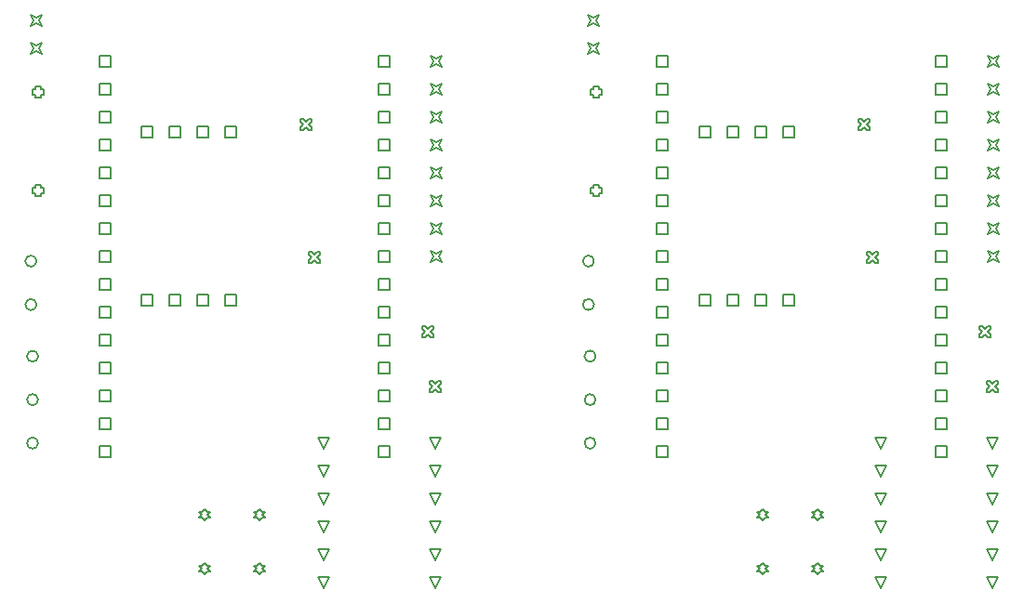
<source format=gbr>
G04*
G04 #@! TF.GenerationSoftware,Altium Limited,Altium Designer,25.0.2 (28)*
G04*
G04 Layer_Color=2752767*
%FSLAX44Y44*%
%MOMM*%
G71*
G04*
G04 #@! TF.SameCoordinates,8B6BD92A-2743-4FC7-A306-186CE1EE4446*
G04*
G04*
G04 #@! TF.FilePolarity,Positive*
G04*
G01*
G75*
%ADD67C,0.1270*%
%ADD68C,0.1693*%
D67*
X370660Y501190D02*
Y511350D01*
X380820D01*
Y501190D01*
X370660D01*
Y475790D02*
Y485950D01*
X380820D01*
Y475790D01*
X370660D01*
Y450390D02*
Y460550D01*
X380820D01*
Y450390D01*
X370660D01*
Y424990D02*
Y435150D01*
X380820D01*
Y424990D01*
X370660D01*
Y399590D02*
Y409750D01*
X380820D01*
Y399590D01*
X370660D01*
Y374190D02*
Y384350D01*
X380820D01*
Y374190D01*
X370660D01*
Y348790D02*
Y358950D01*
X380820D01*
Y348790D01*
X370660D01*
Y323390D02*
Y333550D01*
X380820D01*
Y323390D01*
X370660D01*
Y297990D02*
Y308150D01*
X380820D01*
Y297990D01*
X370660D01*
Y272590D02*
Y282750D01*
X380820D01*
Y272590D01*
X370660D01*
Y247190D02*
Y257350D01*
X380820D01*
Y247190D01*
X370660D01*
Y221790D02*
Y231950D01*
X380820D01*
Y221790D01*
X370660D01*
Y196390D02*
Y206550D01*
X380820D01*
Y196390D01*
X370660D01*
Y145590D02*
Y155750D01*
X380820D01*
Y145590D01*
X370660D01*
Y170990D02*
Y181150D01*
X380820D01*
Y170990D01*
X370660D01*
X116660Y221790D02*
Y231950D01*
X126820D01*
Y221790D01*
X116660D01*
Y501190D02*
Y511350D01*
X126820D01*
Y501190D01*
X116660D01*
Y475790D02*
Y485950D01*
X126820D01*
Y475790D01*
X116660D01*
Y450390D02*
Y460550D01*
X126820D01*
Y450390D01*
X116660D01*
Y424990D02*
Y435150D01*
X126820D01*
Y424990D01*
X116660D01*
Y399590D02*
Y409750D01*
X126820D01*
Y399590D01*
X116660D01*
Y374190D02*
Y384350D01*
X126820D01*
Y374190D01*
X116660D01*
Y348790D02*
Y358950D01*
X126820D01*
Y348790D01*
X116660D01*
Y323390D02*
Y333550D01*
X126820D01*
Y323390D01*
X116660D01*
Y297990D02*
Y308150D01*
X126820D01*
Y297990D01*
X116660D01*
Y272590D02*
Y282750D01*
X126820D01*
Y272590D01*
X116660D01*
Y247190D02*
Y257350D01*
X126820D01*
Y247190D01*
X116660D01*
Y196390D02*
Y206550D01*
X126820D01*
Y196390D01*
X116660D01*
Y170990D02*
Y181150D01*
X126820D01*
Y170990D01*
X116660D01*
Y145590D02*
Y155750D01*
X126820D01*
Y145590D01*
X116660D01*
X422590Y153640D02*
X417510Y163800D01*
X427670D01*
X422590Y153640D01*
Y128240D02*
X417510Y138400D01*
X427670D01*
X422590Y128240D01*
Y102840D02*
X417510Y113000D01*
X427670D01*
X422590Y102840D01*
Y77440D02*
X417510Y87600D01*
X427670D01*
X422590Y77440D01*
Y52040D02*
X417510Y62200D01*
X427670D01*
X422590Y52040D01*
Y26640D02*
X417510Y36800D01*
X427670D01*
X422590Y26640D01*
X320990Y128240D02*
X315910Y138400D01*
X326070D01*
X320990Y128240D01*
Y52040D02*
X315910Y62200D01*
X326070D01*
X320990Y52040D01*
Y153640D02*
X315910Y163800D01*
X326070D01*
X320990Y153640D01*
Y102840D02*
X315910Y113000D01*
X326070D01*
X320990Y102840D01*
Y77440D02*
X315910Y87600D01*
X326070D01*
X320990Y77440D01*
Y26640D02*
X315910Y36800D01*
X326070D01*
X320990Y26640D01*
X155210Y283490D02*
Y293650D01*
X165370D01*
Y283490D01*
X155210D01*
X180610D02*
Y293650D01*
X190770D01*
Y283490D01*
X180610D01*
X206010D02*
Y293650D01*
X216170D01*
Y283490D01*
X206010D01*
X231410D02*
Y293650D01*
X241570D01*
Y283490D01*
X231410D01*
X155210Y436890D02*
Y447050D01*
X165370D01*
Y436890D01*
X155210D01*
X180610D02*
Y447050D01*
X190770D01*
Y436890D01*
X180610D01*
X206010D02*
Y447050D01*
X216170D01*
Y436890D01*
X206010D01*
X231410D02*
Y447050D01*
X241570D01*
Y436890D01*
X231410D01*
X212990Y88640D02*
X215530Y91180D01*
X218070D01*
X215530Y93720D01*
X218070Y96260D01*
X215530D01*
X212990Y98800D01*
X210450Y96260D01*
X207910D01*
X210450Y93720D01*
X207910Y91180D01*
X210450D01*
X212990Y88640D01*
X262990D02*
X265530Y91180D01*
X268070D01*
X265530Y93720D01*
X268070Y96260D01*
X265530D01*
X262990Y98800D01*
X260450Y96260D01*
X257910D01*
X260450Y93720D01*
X257910Y91180D01*
X260450D01*
X262990Y88640D01*
X212990Y39390D02*
X215530Y41930D01*
X218070D01*
X215530Y44470D01*
X218070Y47010D01*
X215530D01*
X212990Y49550D01*
X210450Y47010D01*
X207910D01*
X210450Y44470D01*
X207910Y41930D01*
X210450D01*
X212990Y39390D01*
X262990D02*
X265530Y41930D01*
X268070D01*
X265530Y44470D01*
X268070Y47010D01*
X265530D01*
X262990Y49550D01*
X260450Y47010D01*
X257910D01*
X260450Y44470D01*
X257910Y41930D01*
X260450D01*
X262990Y39390D01*
X418160Y323440D02*
X420700Y328520D01*
X418160Y333600D01*
X423240Y331060D01*
X428320Y333600D01*
X425780Y328520D01*
X428320Y323440D01*
X423240Y325980D01*
X418160Y323440D01*
Y348840D02*
X420700Y353920D01*
X418160Y359000D01*
X423240Y356460D01*
X428320Y359000D01*
X425780Y353920D01*
X428320Y348840D01*
X423240Y351380D01*
X418160Y348840D01*
Y374240D02*
X420700Y379320D01*
X418160Y384400D01*
X423240Y381860D01*
X428320Y384400D01*
X425780Y379320D01*
X428320Y374240D01*
X423240Y376780D01*
X418160Y374240D01*
Y399640D02*
X420700Y404720D01*
X418160Y409800D01*
X423240Y407260D01*
X428320Y409800D01*
X425780Y404720D01*
X428320Y399640D01*
X423240Y402180D01*
X418160Y399640D01*
Y425040D02*
X420700Y430120D01*
X418160Y435200D01*
X423240Y432660D01*
X428320Y435200D01*
X425780Y430120D01*
X428320Y425040D01*
X423240Y427580D01*
X418160Y425040D01*
Y450440D02*
X420700Y455520D01*
X418160Y460600D01*
X423240Y458060D01*
X428320Y460600D01*
X425780Y455520D01*
X428320Y450440D01*
X423240Y452980D01*
X418160Y450440D01*
Y475840D02*
X420700Y480920D01*
X418160Y486000D01*
X423240Y483460D01*
X428320Y486000D01*
X425780Y480920D01*
X428320Y475840D01*
X423240Y478380D01*
X418160Y475840D01*
Y501240D02*
X420700Y506320D01*
X418160Y511400D01*
X423240Y508860D01*
X428320Y511400D01*
X425780Y506320D01*
X428320Y501240D01*
X423240Y503780D01*
X418160Y501240D01*
X53910Y538591D02*
X56450Y543671D01*
X53910Y548751D01*
X58990Y546211D01*
X64070Y548751D01*
X61530Y543671D01*
X64070Y538591D01*
X58990Y541131D01*
X53910Y538591D01*
Y513190D02*
X56450Y518270D01*
X53910Y523350D01*
X58990Y520810D01*
X64070Y523350D01*
X61530Y518270D01*
X64070Y513190D01*
X58990Y515730D01*
X53910Y513190D01*
X58950Y386180D02*
Y383640D01*
X64030D01*
Y386180D01*
X66570D01*
Y391260D01*
X64030D01*
Y393800D01*
X58950D01*
Y391260D01*
X56410D01*
Y386180D01*
X58950D01*
Y476180D02*
Y473640D01*
X64030D01*
Y476180D01*
X66570D01*
Y481260D01*
X64030D01*
Y483800D01*
X58950D01*
Y481260D01*
X56410D01*
Y476180D01*
X58950D01*
X300160Y444140D02*
X302700D01*
X305240Y446680D01*
X307780Y444140D01*
X310320D01*
Y446680D01*
X307780Y449220D01*
X310320Y451760D01*
Y454300D01*
X307780D01*
X305240Y451760D01*
X302700Y454300D01*
X300160D01*
Y451760D01*
X302700Y449220D01*
X300160Y446680D01*
Y444140D01*
X307660Y322390D02*
X310200D01*
X312740Y324930D01*
X315280Y322390D01*
X317820D01*
Y324930D01*
X315280Y327470D01*
X317820Y330010D01*
Y332550D01*
X315280D01*
X312740Y330010D01*
X310200Y332550D01*
X307660D01*
Y330010D01*
X310200Y327470D01*
X307660Y324930D01*
Y322390D01*
X417510Y204812D02*
X420050D01*
X422590Y207352D01*
X425130Y204812D01*
X427670D01*
Y207352D01*
X425130Y209892D01*
X427670Y212432D01*
Y214972D01*
X425130D01*
X422590Y212432D01*
X420050Y214972D01*
X417510D01*
Y212432D01*
X420050Y209892D01*
X417510Y207352D01*
Y204812D01*
X410786Y254970D02*
X413326D01*
X415866Y257510D01*
X418406Y254970D01*
X420946D01*
Y257510D01*
X418406Y260050D01*
X420946Y262590D01*
Y265130D01*
X418406D01*
X415866Y262590D01*
X413326Y265130D01*
X410786D01*
Y262590D01*
X413326Y260050D01*
X410786Y257510D01*
Y254970D01*
X878180Y501190D02*
Y511350D01*
X888340D01*
Y501190D01*
X878180D01*
Y475790D02*
Y485950D01*
X888340D01*
Y475790D01*
X878180D01*
Y450390D02*
Y460550D01*
X888340D01*
Y450390D01*
X878180D01*
Y424990D02*
Y435150D01*
X888340D01*
Y424990D01*
X878180D01*
Y399590D02*
Y409750D01*
X888340D01*
Y399590D01*
X878180D01*
Y374190D02*
Y384350D01*
X888340D01*
Y374190D01*
X878180D01*
Y348790D02*
Y358950D01*
X888340D01*
Y348790D01*
X878180D01*
Y323390D02*
Y333550D01*
X888340D01*
Y323390D01*
X878180D01*
Y297990D02*
Y308150D01*
X888340D01*
Y297990D01*
X878180D01*
Y272590D02*
Y282750D01*
X888340D01*
Y272590D01*
X878180D01*
Y247190D02*
Y257350D01*
X888340D01*
Y247190D01*
X878180D01*
Y221790D02*
Y231950D01*
X888340D01*
Y221790D01*
X878180D01*
Y196390D02*
Y206550D01*
X888340D01*
Y196390D01*
X878180D01*
Y145590D02*
Y155750D01*
X888340D01*
Y145590D01*
X878180D01*
Y170990D02*
Y181150D01*
X888340D01*
Y170990D01*
X878180D01*
X624180Y221790D02*
Y231950D01*
X634340D01*
Y221790D01*
X624180D01*
Y501190D02*
Y511350D01*
X634340D01*
Y501190D01*
X624180D01*
Y475790D02*
Y485950D01*
X634340D01*
Y475790D01*
X624180D01*
Y450390D02*
Y460550D01*
X634340D01*
Y450390D01*
X624180D01*
Y424990D02*
Y435150D01*
X634340D01*
Y424990D01*
X624180D01*
Y399590D02*
Y409750D01*
X634340D01*
Y399590D01*
X624180D01*
Y374190D02*
Y384350D01*
X634340D01*
Y374190D01*
X624180D01*
Y348790D02*
Y358950D01*
X634340D01*
Y348790D01*
X624180D01*
Y323390D02*
Y333550D01*
X634340D01*
Y323390D01*
X624180D01*
Y297990D02*
Y308150D01*
X634340D01*
Y297990D01*
X624180D01*
Y272590D02*
Y282750D01*
X634340D01*
Y272590D01*
X624180D01*
Y247190D02*
Y257350D01*
X634340D01*
Y247190D01*
X624180D01*
Y196390D02*
Y206550D01*
X634340D01*
Y196390D01*
X624180D01*
Y170990D02*
Y181150D01*
X634340D01*
Y170990D01*
X624180D01*
Y145590D02*
Y155750D01*
X634340D01*
Y145590D01*
X624180D01*
X930110Y153640D02*
X925030Y163800D01*
X935190D01*
X930110Y153640D01*
Y128240D02*
X925030Y138400D01*
X935190D01*
X930110Y128240D01*
Y102840D02*
X925030Y113000D01*
X935190D01*
X930110Y102840D01*
Y77440D02*
X925030Y87600D01*
X935190D01*
X930110Y77440D01*
Y52040D02*
X925030Y62200D01*
X935190D01*
X930110Y52040D01*
Y26640D02*
X925030Y36800D01*
X935190D01*
X930110Y26640D01*
X828510Y128240D02*
X823430Y138400D01*
X833590D01*
X828510Y128240D01*
Y52040D02*
X823430Y62200D01*
X833590D01*
X828510Y52040D01*
Y153640D02*
X823430Y163800D01*
X833590D01*
X828510Y153640D01*
Y102840D02*
X823430Y113000D01*
X833590D01*
X828510Y102840D01*
Y77440D02*
X823430Y87600D01*
X833590D01*
X828510Y77440D01*
Y26640D02*
X823430Y36800D01*
X833590D01*
X828510Y26640D01*
X662730Y283490D02*
Y293650D01*
X672890D01*
Y283490D01*
X662730D01*
X688130D02*
Y293650D01*
X698290D01*
Y283490D01*
X688130D01*
X713530D02*
Y293650D01*
X723690D01*
Y283490D01*
X713530D01*
X738930D02*
Y293650D01*
X749090D01*
Y283490D01*
X738930D01*
X662730Y436890D02*
Y447050D01*
X672890D01*
Y436890D01*
X662730D01*
X688130D02*
Y447050D01*
X698290D01*
Y436890D01*
X688130D01*
X713530D02*
Y447050D01*
X723690D01*
Y436890D01*
X713530D01*
X738930D02*
Y447050D01*
X749090D01*
Y436890D01*
X738930D01*
X720510Y88640D02*
X723050Y91180D01*
X725590D01*
X723050Y93720D01*
X725590Y96260D01*
X723050D01*
X720510Y98800D01*
X717970Y96260D01*
X715430D01*
X717970Y93720D01*
X715430Y91180D01*
X717970D01*
X720510Y88640D01*
X770510D02*
X773050Y91180D01*
X775590D01*
X773050Y93720D01*
X775590Y96260D01*
X773050D01*
X770510Y98800D01*
X767970Y96260D01*
X765430D01*
X767970Y93720D01*
X765430Y91180D01*
X767970D01*
X770510Y88640D01*
X720510Y39390D02*
X723050Y41930D01*
X725590D01*
X723050Y44470D01*
X725590Y47010D01*
X723050D01*
X720510Y49550D01*
X717970Y47010D01*
X715430D01*
X717970Y44470D01*
X715430Y41930D01*
X717970D01*
X720510Y39390D01*
X770510D02*
X773050Y41930D01*
X775590D01*
X773050Y44470D01*
X775590Y47010D01*
X773050D01*
X770510Y49550D01*
X767970Y47010D01*
X765430D01*
X767970Y44470D01*
X765430Y41930D01*
X767970D01*
X770510Y39390D01*
X925680Y323440D02*
X928220Y328520D01*
X925680Y333600D01*
X930760Y331060D01*
X935840Y333600D01*
X933300Y328520D01*
X935840Y323440D01*
X930760Y325980D01*
X925680Y323440D01*
Y348840D02*
X928220Y353920D01*
X925680Y359000D01*
X930760Y356460D01*
X935840Y359000D01*
X933300Y353920D01*
X935840Y348840D01*
X930760Y351380D01*
X925680Y348840D01*
Y374240D02*
X928220Y379320D01*
X925680Y384400D01*
X930760Y381860D01*
X935840Y384400D01*
X933300Y379320D01*
X935840Y374240D01*
X930760Y376780D01*
X925680Y374240D01*
Y399640D02*
X928220Y404720D01*
X925680Y409800D01*
X930760Y407260D01*
X935840Y409800D01*
X933300Y404720D01*
X935840Y399640D01*
X930760Y402180D01*
X925680Y399640D01*
Y425040D02*
X928220Y430120D01*
X925680Y435200D01*
X930760Y432660D01*
X935840Y435200D01*
X933300Y430120D01*
X935840Y425040D01*
X930760Y427580D01*
X925680Y425040D01*
Y450440D02*
X928220Y455520D01*
X925680Y460600D01*
X930760Y458060D01*
X935840Y460600D01*
X933300Y455520D01*
X935840Y450440D01*
X930760Y452980D01*
X925680Y450440D01*
Y475840D02*
X928220Y480920D01*
X925680Y486000D01*
X930760Y483460D01*
X935840Y486000D01*
X933300Y480920D01*
X935840Y475840D01*
X930760Y478380D01*
X925680Y475840D01*
Y501240D02*
X928220Y506320D01*
X925680Y511400D01*
X930760Y508860D01*
X935840Y511400D01*
X933300Y506320D01*
X935840Y501240D01*
X930760Y503780D01*
X925680Y501240D01*
X561430Y538591D02*
X563970Y543671D01*
X561430Y548751D01*
X566510Y546211D01*
X571590Y548751D01*
X569050Y543671D01*
X571590Y538591D01*
X566510Y541131D01*
X561430Y538591D01*
Y513190D02*
X563970Y518270D01*
X561430Y523350D01*
X566510Y520810D01*
X571590Y523350D01*
X569050Y518270D01*
X571590Y513190D01*
X566510Y515730D01*
X561430Y513190D01*
X566470Y386180D02*
Y383640D01*
X571550D01*
Y386180D01*
X574090D01*
Y391260D01*
X571550D01*
Y393800D01*
X566470D01*
Y391260D01*
X563930D01*
Y386180D01*
X566470D01*
Y476180D02*
Y473640D01*
X571550D01*
Y476180D01*
X574090D01*
Y481260D01*
X571550D01*
Y483800D01*
X566470D01*
Y481260D01*
X563930D01*
Y476180D01*
X566470D01*
X807680Y444140D02*
X810220D01*
X812760Y446680D01*
X815300Y444140D01*
X817840D01*
Y446680D01*
X815300Y449220D01*
X817840Y451760D01*
Y454300D01*
X815300D01*
X812760Y451760D01*
X810220Y454300D01*
X807680D01*
Y451760D01*
X810220Y449220D01*
X807680Y446680D01*
Y444140D01*
X815180Y322390D02*
X817720D01*
X820260Y324930D01*
X822800Y322390D01*
X825340D01*
Y324930D01*
X822800Y327470D01*
X825340Y330010D01*
Y332550D01*
X822800D01*
X820260Y330010D01*
X817720Y332550D01*
X815180D01*
Y330010D01*
X817720Y327470D01*
X815180Y324930D01*
Y322390D01*
X925030Y204812D02*
X927570D01*
X930110Y207352D01*
X932650Y204812D01*
X935190D01*
Y207352D01*
X932650Y209892D01*
X935190Y212432D01*
Y214972D01*
X932650D01*
X930110Y212432D01*
X927570Y214972D01*
X925030D01*
Y212432D01*
X927570Y209892D01*
X925030Y207352D01*
Y204812D01*
X918306Y254970D02*
X920846D01*
X923386Y257510D01*
X925926Y254970D01*
X928466D01*
Y257510D01*
X925926Y260050D01*
X928466Y262590D01*
Y265130D01*
X925926D01*
X923386Y262590D01*
X920846Y265130D01*
X918306D01*
Y262590D01*
X920846Y260050D01*
X918306Y257510D01*
Y254970D01*
D68*
X61070Y237820D02*
G03*
X61070Y237820I-5080J0D01*
G01*
Y198220D02*
G03*
X61070Y198220I-5080J0D01*
G01*
Y158620D02*
G03*
X61070Y158620I-5080J0D01*
G01*
X59570Y324470D02*
G03*
X59570Y324470I-5080J0D01*
G01*
Y284870D02*
G03*
X59570Y284870I-5080J0D01*
G01*
X568590Y237820D02*
G03*
X568590Y237820I-5080J0D01*
G01*
Y198220D02*
G03*
X568590Y198220I-5080J0D01*
G01*
Y158620D02*
G03*
X568590Y158620I-5080J0D01*
G01*
X567090Y324470D02*
G03*
X567090Y324470I-5080J0D01*
G01*
Y284870D02*
G03*
X567090Y284870I-5080J0D01*
G01*
M02*

</source>
